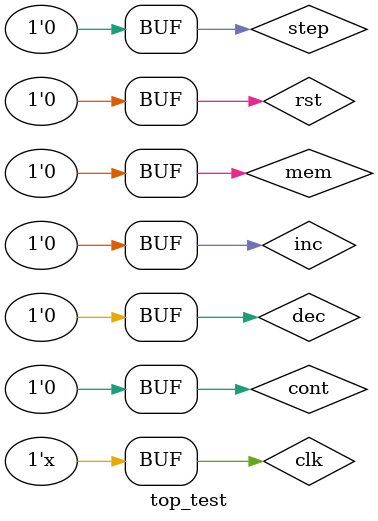
<source format=v>
`timescale 1ns / 1ps


module top_test(

    );
    
    reg cont,      
        step,      
        mem,       
        inc,       
        dec,       
        clk,       
        rst;     
    wire [15:0] led;
    wire [7:0] an;
    wire [6:0] seg;
    wire dp;
    
    top _top (
        cont,      
        step,      
        mem,       
        inc,       
        dec,       
        clk,       
        rst,       
        led,
        an, 
        seg,
        dp
    );       
    
    initial begin clk = 0; rst = 0; inc = 0; dec = 0; cont = 1; step = 0; mem = 0; end
    
    always #5 clk = ~clk;
    
    always begin
    #100 cont = 0;
    #5 step = 1;
    #10 step = 0;
    end
endmodule

</source>
